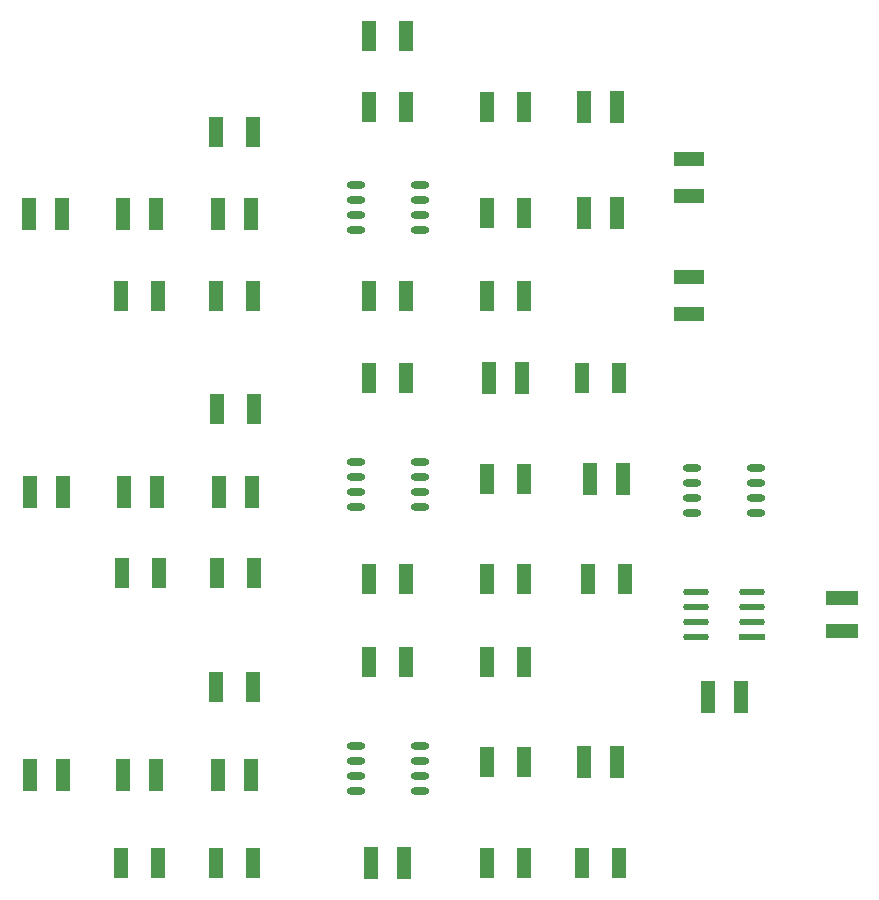
<source format=gtp>
G04*
G04 #@! TF.GenerationSoftware,Altium Limited,Altium Designer,21.0.9 (235)*
G04*
G04 Layer_Color=8421504*
%FSLAX25Y25*%
%MOIN*%
G70*
G04*
G04 #@! TF.SameCoordinates,D8BD6BA4-3444-481E-B6E4-69F3699672C9*
G04*
G04*
G04 #@! TF.FilePolarity,Positive*
G04*
G01*
G75*
%ADD14O,0.06102X0.02362*%
%ADD15R,0.09843X0.04528*%
%ADD16R,0.05118X0.10630*%
%ADD17R,0.04528X0.09843*%
%ADD18R,0.10630X0.05118*%
%ADD19R,0.08540X0.02292*%
G04:AMPARAMS|DCode=20|XSize=85.4mil|YSize=22.92mil|CornerRadius=11.46mil|HoleSize=0mil|Usage=FLASHONLY|Rotation=180.000|XOffset=0mil|YOffset=0mil|HoleType=Round|Shape=RoundedRectangle|*
%AMROUNDEDRECTD20*
21,1,0.08540,0.00000,0,0,180.0*
21,1,0.06248,0.02292,0,0,180.0*
1,1,0.02292,-0.03124,0.00000*
1,1,0.02292,0.03124,0.00000*
1,1,0.02292,0.03124,0.00000*
1,1,0.02292,-0.03124,0.00000*
%
%ADD20ROUNDEDRECTD20*%
D14*
X284646Y275217D02*
D03*
Y270216D02*
D03*
Y265216D02*
D03*
Y260216D02*
D03*
X305906Y275217D02*
D03*
Y270216D02*
D03*
Y265216D02*
D03*
Y260216D02*
D03*
X284646Y180728D02*
D03*
Y175728D02*
D03*
Y170728D02*
D03*
Y165728D02*
D03*
X305906Y180728D02*
D03*
Y175728D02*
D03*
Y170728D02*
D03*
Y165728D02*
D03*
X418110Y258248D02*
D03*
Y263248D02*
D03*
Y268248D02*
D03*
Y273248D02*
D03*
X396850Y258248D02*
D03*
Y263248D02*
D03*
Y268248D02*
D03*
Y273248D02*
D03*
X284646Y367736D02*
D03*
Y362736D02*
D03*
Y357736D02*
D03*
Y352736D02*
D03*
X305906Y367736D02*
D03*
Y362736D02*
D03*
Y357736D02*
D03*
Y352736D02*
D03*
D15*
X395669Y376279D02*
D03*
Y363878D02*
D03*
Y336910D02*
D03*
Y324508D02*
D03*
D16*
X329134Y303150D02*
D03*
X340158D02*
D03*
X360630Y393701D02*
D03*
X371654D02*
D03*
X360630Y175197D02*
D03*
X371654D02*
D03*
X249606Y170866D02*
D03*
X238583D02*
D03*
X218110D02*
D03*
X207087D02*
D03*
X187008Y170866D02*
D03*
X175984D02*
D03*
X289764Y141732D02*
D03*
X300787D02*
D03*
X362598Y269685D02*
D03*
X373622D02*
D03*
X218504Y265354D02*
D03*
X207480D02*
D03*
X187008D02*
D03*
X175984D02*
D03*
X250000D02*
D03*
X238976D02*
D03*
X401968Y196850D02*
D03*
X412992D02*
D03*
X186614Y357874D02*
D03*
X175591D02*
D03*
X249606D02*
D03*
X238583D02*
D03*
X218110D02*
D03*
X207087D02*
D03*
X360630Y358268D02*
D03*
X371654D02*
D03*
D17*
X374311Y236221D02*
D03*
X361910D02*
D03*
X340846Y269685D02*
D03*
X328445D02*
D03*
X340846Y236221D02*
D03*
X328445D02*
D03*
X372342Y303150D02*
D03*
X359941D02*
D03*
X328445Y208661D02*
D03*
X340846D02*
D03*
X250295Y200394D02*
D03*
X237894D02*
D03*
Y141732D02*
D03*
X250295D02*
D03*
X218799D02*
D03*
X206398D02*
D03*
X328445Y175197D02*
D03*
X340846D02*
D03*
X359941Y141732D02*
D03*
X372342D02*
D03*
X340846D02*
D03*
X328445D02*
D03*
Y358268D02*
D03*
X340846D02*
D03*
X301476Y208661D02*
D03*
X289075D02*
D03*
Y236221D02*
D03*
X301476D02*
D03*
X218799Y330709D02*
D03*
X206398D02*
D03*
X237894D02*
D03*
X250295D02*
D03*
X289075D02*
D03*
X301476D02*
D03*
X340846Y393701D02*
D03*
X328445D02*
D03*
X301476Y303150D02*
D03*
X289075D02*
D03*
X340846Y330709D02*
D03*
X328445D02*
D03*
X250689Y292913D02*
D03*
X238287D02*
D03*
X219193Y238189D02*
D03*
X206791D02*
D03*
X238287D02*
D03*
X250689D02*
D03*
X289075Y417323D02*
D03*
X301476D02*
D03*
X250295Y385433D02*
D03*
X237894D02*
D03*
X301476Y393701D02*
D03*
X289075D02*
D03*
D18*
X446850Y218898D02*
D03*
Y229921D02*
D03*
D19*
X416786Y216910D02*
D03*
D20*
Y221909D02*
D03*
Y226909D02*
D03*
Y231909D02*
D03*
X398175D02*
D03*
Y226909D02*
D03*
Y221909D02*
D03*
Y216910D02*
D03*
M02*

</source>
